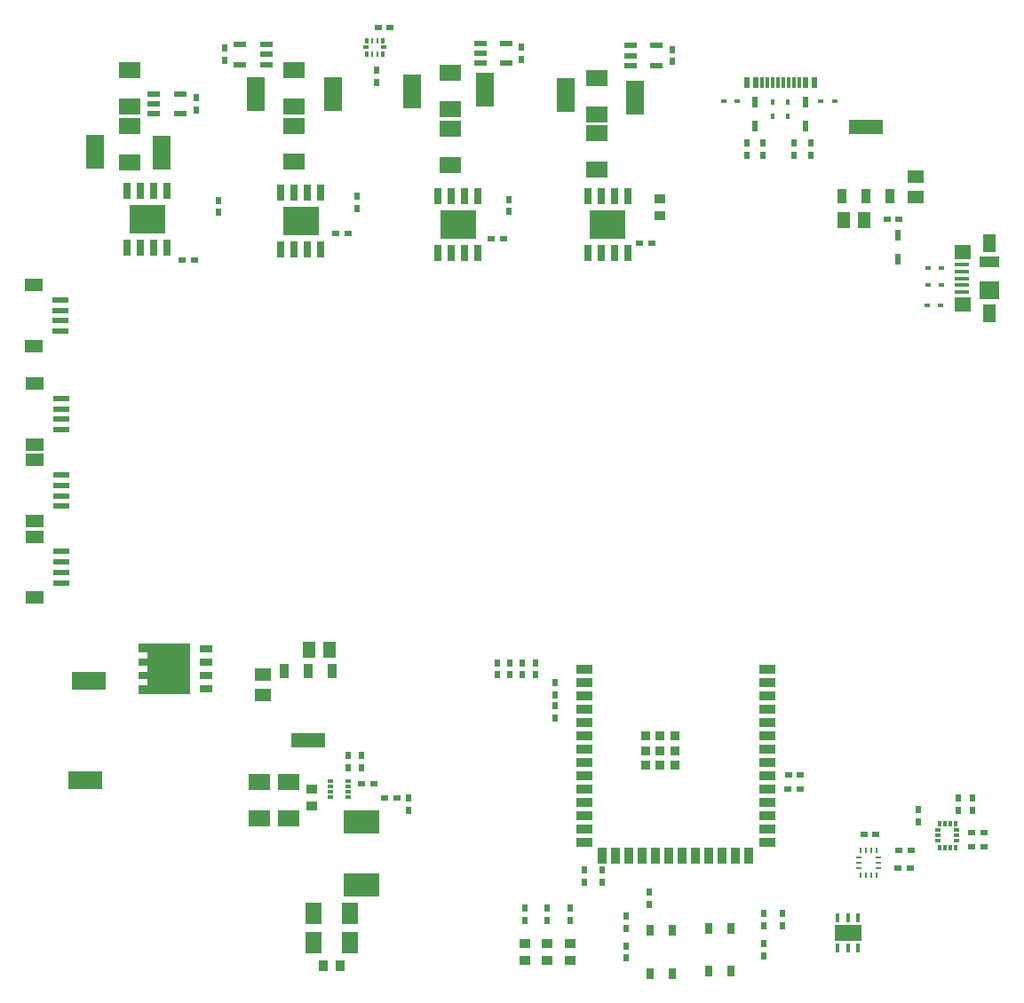
<source format=gbr>
%TF.GenerationSoftware,Altium Limited,Altium Designer,21.7.2 (23)*%
G04 Layer_Color=8421504*
%FSLAX24Y24*%
%MOIN*%
%TF.SameCoordinates,F115D885-3665-466D-A638-D1939FCD3409*%
%TF.FilePolarity,Positive*%
%TF.FileFunction,Paste,Top*%
%TF.Part,Single*%
G01*
G75*
%TA.AperFunction,SMDPad,CuDef*%
%ADD10R,0.0250X0.0236*%
%ADD11R,0.0236X0.0250*%
%ADD12R,0.0472X0.0236*%
%ADD13R,0.0787X0.0600*%
%TA.AperFunction,BGAPad,CuDef*%
%ADD14R,0.0354X0.0354*%
%TA.AperFunction,SMDPad,CuDef*%
%ADD15R,0.0591X0.0354*%
%ADD16R,0.0354X0.0591*%
%ADD17R,0.0472X0.0256*%
%ADD18R,0.1181X0.1575*%
%ADD19R,0.0394X0.0380*%
%TA.AperFunction,ConnectorPad*%
%ADD20R,0.0630X0.0236*%
%ADD21R,0.0709X0.0472*%
%TA.AperFunction,SMDPad,CuDef*%
%ADD22R,0.0118X0.0226*%
%ADD23R,0.0098X0.0226*%
%ADD24R,0.0248X0.0138*%
%ADD25R,0.0709X0.1260*%
%ADD26R,0.1339X0.1067*%
%ADD27R,0.0256X0.0600*%
%ADD28R,0.0118X0.0433*%
%ADD29R,0.0236X0.0433*%
%ADD30R,0.0177X0.0335*%
%ADD31R,0.0984X0.0630*%
%ADD32R,0.0098X0.0187*%
%ADD33R,0.0187X0.0098*%
%ADD34R,0.0236X0.0118*%
%ADD35R,0.0118X0.0236*%
%ADD36R,0.0600X0.0787*%
%ADD37R,0.0187X0.0118*%
%ADD38R,0.1378X0.0906*%
%ADD39R,0.1260X0.0709*%
%ADD40R,0.0374X0.0571*%
%ADD41R,0.1280X0.0571*%
%ADD42R,0.0591X0.0450*%
%ADD43R,0.0189X0.0157*%
%ADD44R,0.0197X0.0423*%
%ADD45R,0.0543X0.0177*%
%ADD46R,0.0610X0.0561*%
%ADD47R,0.0512X0.0650*%
%ADD48R,0.0748X0.0709*%
%ADD49R,0.0748X0.0394*%
%ADD50R,0.0256X0.0413*%
%TA.AperFunction,ConnectorPad*%
%ADD51R,0.0256X0.0413*%
%TA.AperFunction,SMDPad,CuDef*%
%ADD52R,0.0157X0.0189*%
%ADD53R,0.0450X0.0591*%
%ADD54R,0.0380X0.0394*%
G36*
X6535Y11575D02*
X4606D01*
Y11890D01*
X4921D01*
Y12126D01*
X4606D01*
Y12402D01*
X4921D01*
Y12638D01*
X4606D01*
Y12913D01*
X4921D01*
Y13150D01*
X4606D01*
Y13465D01*
X6535D01*
Y11575D01*
D02*
G37*
D10*
X32277Y6299D02*
D03*
X31817D02*
D03*
X33123Y5709D02*
D03*
X33583D02*
D03*
X33576Y5039D02*
D03*
X33116D02*
D03*
X29443Y8543D02*
D03*
X28983D02*
D03*
X29436Y7992D02*
D03*
X28976D02*
D03*
X14049Y36614D02*
D03*
X13589D02*
D03*
X6233Y27874D02*
D03*
X6693D02*
D03*
X11994Y28858D02*
D03*
X12454D02*
D03*
X17827Y28661D02*
D03*
X18287D02*
D03*
X23412Y28504D02*
D03*
X23872D02*
D03*
X33143Y29409D02*
D03*
X32683D02*
D03*
X36326Y6378D02*
D03*
X35866D02*
D03*
X36326Y5827D02*
D03*
X35866D02*
D03*
X13419Y8189D02*
D03*
X12959D02*
D03*
X13825Y7677D02*
D03*
X14285D02*
D03*
D11*
X33858Y7232D02*
D03*
Y6772D02*
D03*
X24646Y35321D02*
D03*
Y35781D02*
D03*
X18976Y35400D02*
D03*
Y35860D02*
D03*
X7835Y35821D02*
D03*
Y35361D02*
D03*
X28780Y3340D02*
D03*
Y2880D02*
D03*
X19094Y3537D02*
D03*
Y3077D02*
D03*
X19921Y3537D02*
D03*
Y3077D02*
D03*
X20787Y3531D02*
D03*
Y3071D02*
D03*
X13543Y34534D02*
D03*
Y34994D02*
D03*
X7598Y30112D02*
D03*
Y29652D02*
D03*
X12815Y30269D02*
D03*
Y29809D02*
D03*
X18484Y30151D02*
D03*
Y29691D02*
D03*
X6772Y33510D02*
D03*
Y33970D02*
D03*
X23775Y4126D02*
D03*
Y3666D02*
D03*
X28071Y2199D02*
D03*
Y1739D02*
D03*
Y2880D02*
D03*
Y3340D02*
D03*
X22908Y2767D02*
D03*
Y3227D02*
D03*
Y2118D02*
D03*
Y1658D02*
D03*
X27441Y32277D02*
D03*
Y31817D02*
D03*
X29843Y32277D02*
D03*
Y31817D02*
D03*
X20236Y11542D02*
D03*
Y12002D02*
D03*
Y11136D02*
D03*
Y10676D02*
D03*
X19488Y12290D02*
D03*
Y12750D02*
D03*
X19016Y12290D02*
D03*
Y12750D02*
D03*
X18543D02*
D03*
Y12290D02*
D03*
X18071D02*
D03*
Y12750D02*
D03*
X28031Y31817D02*
D03*
Y32277D02*
D03*
X29213Y31817D02*
D03*
Y32277D02*
D03*
X21339Y4494D02*
D03*
Y4954D02*
D03*
X22008D02*
D03*
Y4494D02*
D03*
X35354Y7671D02*
D03*
Y7211D02*
D03*
X35906Y7671D02*
D03*
Y7211D02*
D03*
X14724Y7211D02*
D03*
Y7671D02*
D03*
X12953Y8792D02*
D03*
Y9252D02*
D03*
X12480Y8792D02*
D03*
Y9252D02*
D03*
D12*
X24035Y35925D02*
D03*
Y35177D02*
D03*
X23051D02*
D03*
Y35551D02*
D03*
Y35925D02*
D03*
X18406Y36004D02*
D03*
Y35256D02*
D03*
X17421D02*
D03*
Y35630D02*
D03*
Y36004D02*
D03*
X8406Y35217D02*
D03*
Y35965D02*
D03*
X9390D02*
D03*
Y35591D02*
D03*
Y35217D02*
D03*
X6161Y34114D02*
D03*
Y33366D02*
D03*
X5177D02*
D03*
Y33740D02*
D03*
Y34114D02*
D03*
D13*
X21811Y32620D02*
D03*
Y31260D02*
D03*
X16299Y32806D02*
D03*
Y31446D02*
D03*
X10433Y32913D02*
D03*
Y31553D02*
D03*
X4252Y32895D02*
D03*
Y31535D02*
D03*
X10433Y33651D02*
D03*
Y35011D02*
D03*
X16299Y33533D02*
D03*
Y34893D02*
D03*
X4252Y33651D02*
D03*
Y35011D02*
D03*
X21811Y33346D02*
D03*
Y34706D02*
D03*
X9134Y6918D02*
D03*
Y8278D02*
D03*
X10236Y6918D02*
D03*
Y8278D02*
D03*
D14*
X24173Y10000D02*
D03*
X24724D02*
D03*
Y9449D02*
D03*
Y8898D02*
D03*
X24173D02*
D03*
X23622D02*
D03*
Y9449D02*
D03*
Y10000D02*
D03*
X24173Y9449D02*
D03*
D15*
X28209Y12488D02*
D03*
Y11988D02*
D03*
Y11488D02*
D03*
Y10988D02*
D03*
Y10488D02*
D03*
Y9988D02*
D03*
Y9488D02*
D03*
Y8988D02*
D03*
Y8488D02*
D03*
Y7988D02*
D03*
Y7488D02*
D03*
Y6988D02*
D03*
Y6488D02*
D03*
Y5988D02*
D03*
X21319D02*
D03*
Y6488D02*
D03*
Y6988D02*
D03*
Y7488D02*
D03*
Y7988D02*
D03*
Y8488D02*
D03*
Y8988D02*
D03*
Y9488D02*
D03*
Y9988D02*
D03*
Y10488D02*
D03*
Y10988D02*
D03*
Y11488D02*
D03*
Y11988D02*
D03*
Y12488D02*
D03*
D16*
X27514Y5496D02*
D03*
X27014D02*
D03*
X26514D02*
D03*
X26014D02*
D03*
X25514D02*
D03*
X25014D02*
D03*
X24514D02*
D03*
X24014D02*
D03*
X23514D02*
D03*
X23014D02*
D03*
X22514D02*
D03*
X22014D02*
D03*
D17*
X7130Y11770D02*
D03*
Y12270D02*
D03*
Y12770D02*
D03*
Y13270D02*
D03*
D18*
X5748Y12520D02*
D03*
D19*
X20787Y1570D02*
D03*
Y2210D02*
D03*
X24154Y30163D02*
D03*
Y29523D02*
D03*
X19921Y1570D02*
D03*
Y2210D02*
D03*
X19094D02*
D03*
Y1570D02*
D03*
X11102Y7357D02*
D03*
Y7997D02*
D03*
D20*
X1654Y25984D02*
D03*
Y25197D02*
D03*
Y25591D02*
D03*
Y26378D02*
D03*
X1693Y22283D02*
D03*
Y21496D02*
D03*
Y21890D02*
D03*
Y22677D02*
D03*
Y19409D02*
D03*
Y18622D02*
D03*
Y19016D02*
D03*
Y19803D02*
D03*
Y16535D02*
D03*
Y15748D02*
D03*
Y16142D02*
D03*
Y16929D02*
D03*
D21*
X669Y26929D02*
D03*
Y24646D02*
D03*
X709Y23228D02*
D03*
Y20945D02*
D03*
Y20354D02*
D03*
Y18071D02*
D03*
Y17480D02*
D03*
Y15197D02*
D03*
D22*
X13760Y36117D02*
D03*
X13169D02*
D03*
Y35615D02*
D03*
X13760D02*
D03*
D23*
X13563Y36117D02*
D03*
X13366D02*
D03*
Y35615D02*
D03*
X13563D02*
D03*
D24*
X13126Y35866D02*
D03*
X13803D02*
D03*
D25*
X14882Y34213D02*
D03*
X11890Y34094D02*
D03*
X9016D02*
D03*
X2953Y31929D02*
D03*
X17598Y34252D02*
D03*
X5472Y31890D02*
D03*
X20630Y34055D02*
D03*
X23228Y33976D02*
D03*
D26*
X16594Y29213D02*
D03*
X4921Y29409D02*
D03*
X10689Y29331D02*
D03*
X22209Y29215D02*
D03*
D27*
X15844Y30280D02*
D03*
X16344D02*
D03*
X16844D02*
D03*
X17344D02*
D03*
Y28145D02*
D03*
X16844D02*
D03*
X16344D02*
D03*
X15844D02*
D03*
X4171Y30477D02*
D03*
X4671D02*
D03*
X5171D02*
D03*
X5671D02*
D03*
Y28342D02*
D03*
X5171D02*
D03*
X4671D02*
D03*
X4171D02*
D03*
X9939Y30398D02*
D03*
X10439D02*
D03*
X10939D02*
D03*
X11439D02*
D03*
Y28263D02*
D03*
X10939D02*
D03*
X10439D02*
D03*
X9939D02*
D03*
X21459Y30283D02*
D03*
X21959D02*
D03*
X22459D02*
D03*
X22959D02*
D03*
Y28147D02*
D03*
X22459D02*
D03*
X21959D02*
D03*
X21459D02*
D03*
D28*
X29390Y34528D02*
D03*
X28996D02*
D03*
X28406D02*
D03*
X28012D02*
D03*
X28209D02*
D03*
X28602D02*
D03*
X28799D02*
D03*
X29193D02*
D03*
D29*
X27441D02*
D03*
X27756D02*
D03*
X29646D02*
D03*
X29961D02*
D03*
D30*
X30827Y2028D02*
D03*
X31220D02*
D03*
X31614D02*
D03*
Y3169D02*
D03*
X31220D02*
D03*
X30827D02*
D03*
D31*
X31220Y2598D02*
D03*
D32*
X31713Y4778D02*
D03*
X31909D02*
D03*
X32106D02*
D03*
X32303D02*
D03*
Y5694D02*
D03*
X32106D02*
D03*
X31909D02*
D03*
X31713D02*
D03*
D33*
X32367Y5039D02*
D03*
Y5236D02*
D03*
Y5433D02*
D03*
X31648D02*
D03*
Y5236D02*
D03*
Y5039D02*
D03*
D34*
X34606Y6063D02*
D03*
Y6260D02*
D03*
Y6457D02*
D03*
X35315D02*
D03*
Y6260D02*
D03*
Y6063D02*
D03*
D35*
X34665Y6713D02*
D03*
X34862D02*
D03*
X35059D02*
D03*
X35256D02*
D03*
Y5807D02*
D03*
X35059D02*
D03*
X34862D02*
D03*
X34665D02*
D03*
D36*
X12530Y2244D02*
D03*
X11170D02*
D03*
Y3346D02*
D03*
X12530D02*
D03*
D37*
X12456Y8287D02*
D03*
Y8091D02*
D03*
Y7894D02*
D03*
Y7697D02*
D03*
X11796D02*
D03*
Y7894D02*
D03*
Y8091D02*
D03*
Y8287D02*
D03*
D38*
X12953Y6772D02*
D03*
Y4409D02*
D03*
D39*
X2598Y8346D02*
D03*
X2733Y12058D02*
D03*
D40*
X30988Y30276D02*
D03*
X31890D02*
D03*
X32791D02*
D03*
X11882Y12441D02*
D03*
X10980D02*
D03*
X10079D02*
D03*
D41*
X31890Y32874D02*
D03*
X10980Y9843D02*
D03*
D42*
X9252Y11535D02*
D03*
Y12295D02*
D03*
X33780Y30250D02*
D03*
Y31010D02*
D03*
D43*
X34189Y26181D02*
D03*
X34709D02*
D03*
X27071Y33819D02*
D03*
X26551D02*
D03*
X30213D02*
D03*
X30732D02*
D03*
X34748Y26929D02*
D03*
X34228D02*
D03*
X34748Y27559D02*
D03*
X34228D02*
D03*
D44*
X27717Y32889D02*
D03*
Y33804D02*
D03*
X33110Y27889D02*
D03*
Y28804D02*
D03*
X29646Y32889D02*
D03*
Y33804D02*
D03*
D45*
X35488Y26673D02*
D03*
Y26929D02*
D03*
Y27185D02*
D03*
Y27441D02*
D03*
Y27697D02*
D03*
D46*
X35522Y26206D02*
D03*
Y28164D02*
D03*
D47*
X36535Y25856D02*
D03*
Y28514D02*
D03*
D48*
Y26732D02*
D03*
D49*
Y27795D02*
D03*
D50*
X24631Y2705D02*
D03*
Y1072D02*
D03*
X23784Y2705D02*
D03*
Y1072D02*
D03*
D51*
X25994Y1152D02*
D03*
Y2785D02*
D03*
X26841Y1152D02*
D03*
Y2785D02*
D03*
D52*
X28976Y33803D02*
D03*
Y33283D02*
D03*
X28386Y33803D02*
D03*
Y33283D02*
D03*
D53*
X10998Y13228D02*
D03*
X11758D02*
D03*
X31837Y29370D02*
D03*
X31077D02*
D03*
D54*
X11530Y1378D02*
D03*
X12170D02*
D03*
%TF.MD5,bd127c3065456cb25c5a8f3f02082a80*%
M02*

</source>
